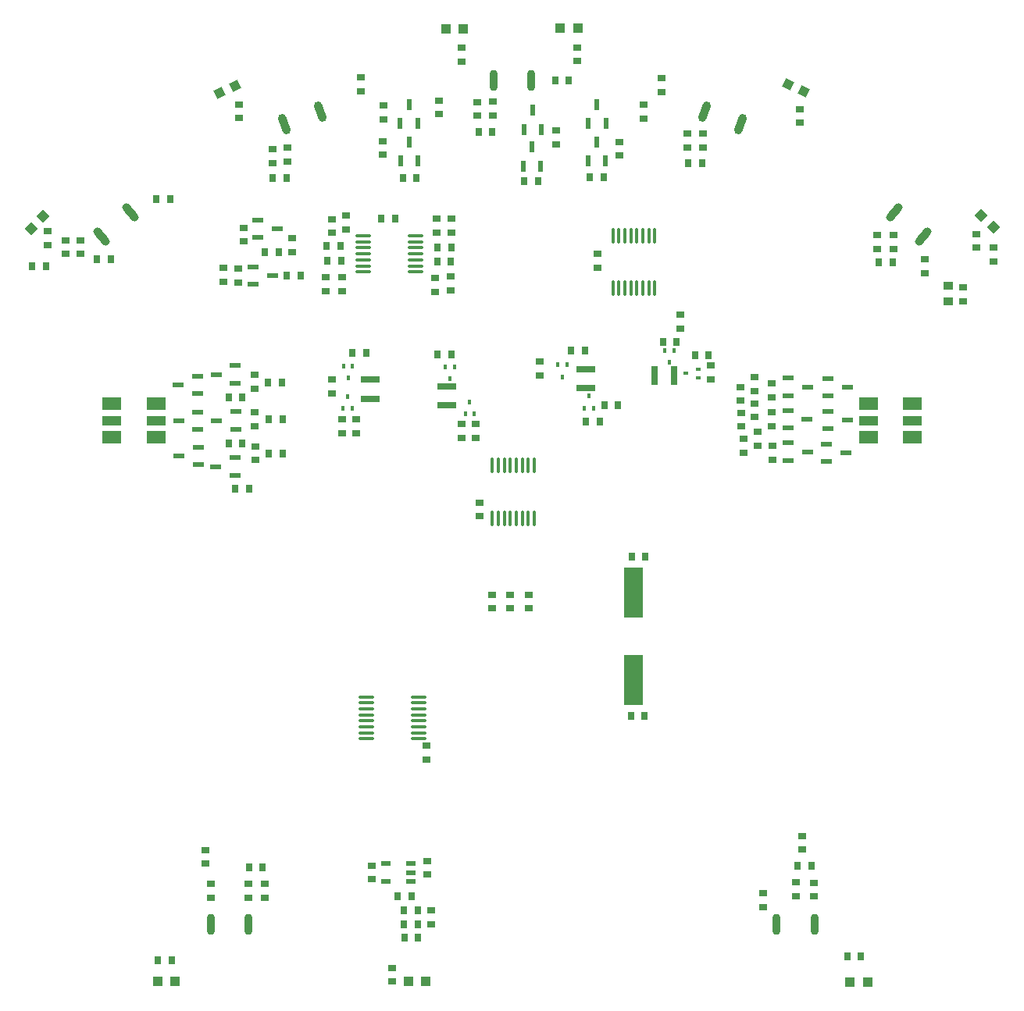
<source format=gbp>
G04 Layer_Color=128*
%FSLAX44Y44*%
%MOMM*%
G71*
G01*
G75*
%ADD10R,0.9000X0.7000*%
%ADD16R,1.0000X1.0000*%
%ADD17R,1.3000X0.6000*%
%ADD18R,0.6000X1.3000*%
%ADD20R,1.0500X0.6000*%
%ADD21P,1.4142X4X270.0*%
%ADD22P,1.4142X4X360.0*%
%ADD23O,1.7000X0.3500*%
%ADD33R,1.0000X0.9000*%
%ADD39R,0.7000X0.9000*%
%ADD79R,0.4000X0.5100*%
%ADD80P,1.4142X4X250.0*%
%ADD81O,0.3500X1.7000*%
%ADD82P,1.4142X4X200.0*%
%ADD83R,0.5100X0.4000*%
%ADD84R,2.0000X5.5000*%
%ADD85R,2.0000X0.7000*%
%ADD86R,0.7000X2.0000*%
%ADD87R,2.0000X1.4000*%
%ADD88R,2.0000X1.0000*%
%ADD96O,0.9000X2.3000*%
G04:AMPARAMS|DCode=97|XSize=0.9mm|YSize=2.3mm|CornerRadius=0mm|HoleSize=0mm|Usage=FLASHONLY|Rotation=220.000|XOffset=0mm|YOffset=0mm|HoleType=Round|Shape=Round|*
%AMOVALD97*
21,1,1.4000,0.9000,0.0000,0.0000,310.0*
1,1,0.9000,-0.4500,0.5362*
1,1,0.9000,0.4500,-0.5362*
%
%ADD97OVALD97*%

G04:AMPARAMS|DCode=98|XSize=0.9mm|YSize=2.3mm|CornerRadius=0mm|HoleSize=0mm|Usage=FLASHONLY|Rotation=200.000|XOffset=0mm|YOffset=0mm|HoleType=Round|Shape=Round|*
%AMOVALD98*
21,1,1.4000,0.9000,0.0000,0.0000,290.0*
1,1,0.9000,-0.2394,0.6578*
1,1,0.9000,0.2394,-0.6578*
%
%ADD98OVALD98*%

G04:AMPARAMS|DCode=99|XSize=0.9mm|YSize=2.3mm|CornerRadius=0mm|HoleSize=0mm|Usage=FLASHONLY|Rotation=160.000|XOffset=0mm|YOffset=0mm|HoleType=Round|Shape=Round|*
%AMOVALD99*
21,1,1.4000,0.9000,0.0000,0.0000,250.0*
1,1,0.9000,0.2394,0.6578*
1,1,0.9000,-0.2394,-0.6578*
%
%ADD99OVALD99*%

G04:AMPARAMS|DCode=100|XSize=0.9mm|YSize=2.3mm|CornerRadius=0mm|HoleSize=0mm|Usage=FLASHONLY|Rotation=140.000|XOffset=0mm|YOffset=0mm|HoleType=Round|Shape=Round|*
%AMOVALD100*
21,1,1.4000,0.9000,0.0000,0.0000,230.0*
1,1,0.9000,0.4500,0.5362*
1,1,0.9000,-0.4500,-0.5362*
%
%ADD100OVALD100*%

D10*
X1262645Y891750D02*
D03*
Y906750D02*
D03*
X1263000Y863550D02*
D03*
Y878550D02*
D03*
X1266000Y833000D02*
D03*
Y848000D02*
D03*
X1248000Y853500D02*
D03*
Y868500D02*
D03*
X1250875Y840250D02*
D03*
Y825250D02*
D03*
X870000Y251500D02*
D03*
Y266500D02*
D03*
X911750Y313500D02*
D03*
Y328500D02*
D03*
X1215000Y919750D02*
D03*
Y904750D02*
D03*
X815500Y861500D02*
D03*
Y846500D02*
D03*
X945250Y856500D02*
D03*
Y841500D02*
D03*
X804750Y904250D02*
D03*
Y889250D02*
D03*
X977750Y671250D02*
D03*
Y656250D02*
D03*
X997750Y656250D02*
D03*
Y671250D02*
D03*
X1017750Y671250D02*
D03*
Y656250D02*
D03*
X1161500Y1231250D02*
D03*
Y1216250D02*
D03*
X835750Y1217250D02*
D03*
Y1232250D02*
D03*
X1070500Y1264750D02*
D03*
Y1249750D02*
D03*
X945500Y1249250D02*
D03*
Y1264250D02*
D03*
X1521750Y1047250D02*
D03*
Y1032250D02*
D03*
X1312000Y1182750D02*
D03*
Y1197750D02*
D03*
X703750Y1203000D02*
D03*
Y1188000D02*
D03*
X496000Y1050500D02*
D03*
Y1065500D02*
D03*
X1282000Y817750D02*
D03*
Y832750D02*
D03*
X1280994Y900500D02*
D03*
Y885500D02*
D03*
X1281282Y854000D02*
D03*
Y869000D02*
D03*
X721000Y894250D02*
D03*
Y909250D02*
D03*
X721500Y832000D02*
D03*
Y817000D02*
D03*
X720500Y853750D02*
D03*
Y868750D02*
D03*
X1247500Y881500D02*
D03*
Y896500D02*
D03*
X1307750Y359000D02*
D03*
Y344000D02*
D03*
X714000Y342500D02*
D03*
Y357500D02*
D03*
X1047750Y1159250D02*
D03*
Y1174250D02*
D03*
X756000Y1156000D02*
D03*
Y1141000D02*
D03*
X933000Y1001250D02*
D03*
Y1016250D02*
D03*
X934250Y1063750D02*
D03*
Y1078750D02*
D03*
X805000Y1078500D02*
D03*
Y1063500D02*
D03*
X797750Y1015500D02*
D03*
Y1000500D02*
D03*
X1413250Y1061250D02*
D03*
Y1046250D02*
D03*
X1206500Y1156250D02*
D03*
Y1171250D02*
D03*
X979000Y1205750D02*
D03*
Y1190750D02*
D03*
X532000Y1055500D02*
D03*
Y1040500D02*
D03*
X916500Y999500D02*
D03*
Y1014500D02*
D03*
X918250Y1063750D02*
D03*
Y1078750D02*
D03*
X820000Y1082500D02*
D03*
Y1067500D02*
D03*
X815250Y1015250D02*
D03*
Y1000250D02*
D03*
X860250Y1186750D02*
D03*
Y1201750D02*
D03*
X1142250Y1187250D02*
D03*
Y1202250D02*
D03*
X859500Y1148000D02*
D03*
Y1163000D02*
D03*
X1116500Y1162250D02*
D03*
Y1147250D02*
D03*
X960750Y841500D02*
D03*
Y856500D02*
D03*
X830750Y846000D02*
D03*
Y861000D02*
D03*
X516000Y1055500D02*
D03*
Y1040500D02*
D03*
X740000Y1154000D02*
D03*
Y1139000D02*
D03*
X962000Y1190500D02*
D03*
Y1205500D02*
D03*
X1189500Y1156000D02*
D03*
Y1171000D02*
D03*
X1395250Y1046250D02*
D03*
Y1061250D02*
D03*
X731750Y357750D02*
D03*
Y342750D02*
D03*
X1327250Y358750D02*
D03*
Y343750D02*
D03*
X921000Y1192250D02*
D03*
Y1207250D02*
D03*
X1447250Y1019750D02*
D03*
Y1034750D02*
D03*
X1271750Y347500D02*
D03*
Y332500D02*
D03*
X673250Y357500D02*
D03*
Y342500D02*
D03*
X964250Y771000D02*
D03*
Y756000D02*
D03*
X1092250Y1040750D02*
D03*
Y1025750D02*
D03*
X907000Y492500D02*
D03*
Y507500D02*
D03*
X907500Y367500D02*
D03*
Y382500D02*
D03*
X1489000Y989500D02*
D03*
Y1004500D02*
D03*
X1182500Y975000D02*
D03*
Y960000D02*
D03*
X1314250Y409500D02*
D03*
Y394500D02*
D03*
X667500Y394250D02*
D03*
Y379250D02*
D03*
X1503000Y1047250D02*
D03*
Y1062250D02*
D03*
X847500Y362500D02*
D03*
Y377500D02*
D03*
X1030000Y908750D02*
D03*
Y923750D02*
D03*
X761750Y1042500D02*
D03*
Y1057500D02*
D03*
X709000Y1054250D02*
D03*
X709000Y1069250D02*
D03*
X703000Y1024500D02*
D03*
Y1009500D02*
D03*
X686750Y1025500D02*
D03*
Y1010500D02*
D03*
D16*
X1071000Y1285500D02*
D03*
X1052000D02*
D03*
X928000Y1284750D02*
D03*
X947000D02*
D03*
X634500Y252000D02*
D03*
X615500D02*
D03*
X887500D02*
D03*
X906500D02*
D03*
X1366000Y250750D02*
D03*
X1385000D02*
D03*
D17*
X745250Y1067750D02*
D03*
X724250Y1077250D02*
D03*
Y1058250D02*
D03*
X1363500Y896000D02*
D03*
X1342500Y905500D02*
D03*
Y886500D02*
D03*
X1319750Y861250D02*
D03*
X1298750Y870750D02*
D03*
X1298750Y851750D02*
D03*
X1361500Y825000D02*
D03*
X1340500Y834500D02*
D03*
Y815500D02*
D03*
X1320000Y826250D02*
D03*
X1299000Y835750D02*
D03*
Y816750D02*
D03*
X1320250Y896500D02*
D03*
X1299250Y906000D02*
D03*
Y887000D02*
D03*
X1363250Y860750D02*
D03*
X1342250Y870250D02*
D03*
Y851250D02*
D03*
X638500Y821750D02*
D03*
X659500Y812250D02*
D03*
Y831250D02*
D03*
X638250Y859750D02*
D03*
X659250Y850250D02*
D03*
Y869250D02*
D03*
X638000Y898750D02*
D03*
X659000Y889250D02*
D03*
Y908250D02*
D03*
X678500Y810000D02*
D03*
X699500Y800500D02*
D03*
Y819500D02*
D03*
X679250Y860000D02*
D03*
X700250Y850500D02*
D03*
Y869500D02*
D03*
X679000Y910000D02*
D03*
X700000Y900500D02*
D03*
Y919500D02*
D03*
X740000Y1017250D02*
D03*
X719000Y1026750D02*
D03*
Y1007750D02*
D03*
D18*
X1092000Y1203000D02*
D03*
X1082500Y1182000D02*
D03*
X1101500D02*
D03*
X1091500Y1162250D02*
D03*
X1082000Y1141250D02*
D03*
X1101000D02*
D03*
X1021500Y1157000D02*
D03*
X1012000Y1136000D02*
D03*
X1031000D02*
D03*
X1022250Y1196500D02*
D03*
X1012750Y1175500D02*
D03*
X1031750D02*
D03*
X888000Y1203000D02*
D03*
X878500Y1182000D02*
D03*
X897500D02*
D03*
X888500Y1162250D02*
D03*
X879000Y1141250D02*
D03*
X898000D02*
D03*
D20*
X890250Y379250D02*
D03*
Y369750D02*
D03*
Y360250D02*
D03*
X863250D02*
D03*
Y379250D02*
D03*
D21*
X491718Y1081718D02*
D03*
X478283Y1068283D02*
D03*
D22*
X1521718Y1069283D02*
D03*
X1508282Y1082718D02*
D03*
D23*
X838489Y1021251D02*
D03*
Y1027751D02*
D03*
Y1034251D02*
D03*
Y1040751D02*
D03*
Y1047251D02*
D03*
Y1053751D02*
D03*
Y1060251D02*
D03*
X895489Y1021251D02*
D03*
Y1027751D02*
D03*
Y1034251D02*
D03*
Y1040751D02*
D03*
Y1047251D02*
D03*
Y1053751D02*
D03*
Y1060251D02*
D03*
X841500Y514750D02*
D03*
Y521250D02*
D03*
Y527750D02*
D03*
Y534250D02*
D03*
Y540750D02*
D03*
Y547250D02*
D03*
Y553750D02*
D03*
Y560250D02*
D03*
X898500Y514750D02*
D03*
Y521250D02*
D03*
Y527750D02*
D03*
Y534250D02*
D03*
Y540750D02*
D03*
Y547250D02*
D03*
Y553750D02*
D03*
Y560250D02*
D03*
D33*
X1473000Y989250D02*
D03*
Y1006250D02*
D03*
D39*
X898000Y299000D02*
D03*
X883000D02*
D03*
X1094750Y858500D02*
D03*
X1079750D02*
D03*
X1063500Y935750D02*
D03*
X1078500Y935750D02*
D03*
X933750Y931750D02*
D03*
X918750D02*
D03*
X1163310Y945554D02*
D03*
X1178310D02*
D03*
X1378000Y278750D02*
D03*
X1363000D02*
D03*
X630750Y274750D02*
D03*
X615750D02*
D03*
X735500Y901000D02*
D03*
X750500D02*
D03*
X736250Y824500D02*
D03*
X751250D02*
D03*
X736250Y861250D02*
D03*
X751250D02*
D03*
X1309500Y377250D02*
D03*
X1324500D02*
D03*
X729500Y375250D02*
D03*
X714500D02*
D03*
X1013250Y1119750D02*
D03*
X1028250D02*
D03*
X1412500Y1031500D02*
D03*
X1397500D02*
D03*
X1190750Y1138750D02*
D03*
X1205750D02*
D03*
X978500Y1173000D02*
D03*
X963500D02*
D03*
X565000Y1035000D02*
D03*
X550000D02*
D03*
X933500Y1032250D02*
D03*
X918500D02*
D03*
X918750Y1047250D02*
D03*
X933750D02*
D03*
X798750Y1049250D02*
D03*
X813750D02*
D03*
X814500Y1033000D02*
D03*
X799500D02*
D03*
X755500Y1123000D02*
D03*
X740500D02*
D03*
X896250Y1122750D02*
D03*
X881250D02*
D03*
X1099000Y1124250D02*
D03*
X1084000D02*
D03*
X876000Y344000D02*
D03*
X891000D02*
D03*
X1198000Y931000D02*
D03*
X1213000D02*
D03*
X1114665Y877000D02*
D03*
X1099665D02*
D03*
X1061500Y1229000D02*
D03*
X1046500D02*
D03*
X629250Y1100000D02*
D03*
X614250D02*
D03*
X873250Y1079250D02*
D03*
X858250D02*
D03*
X1144500Y712000D02*
D03*
X1129500D02*
D03*
X1143500Y540000D02*
D03*
X1128500D02*
D03*
X841500Y933750D02*
D03*
X826500D02*
D03*
X882500Y314000D02*
D03*
X897500D02*
D03*
X882500Y329000D02*
D03*
X897500D02*
D03*
X494750Y1027000D02*
D03*
X479750D02*
D03*
X732000Y1042500D02*
D03*
X747000D02*
D03*
X755750Y1017000D02*
D03*
X770750D02*
D03*
X707500Y835000D02*
D03*
X692500D02*
D03*
X714750Y786000D02*
D03*
X699750D02*
D03*
X707500Y885000D02*
D03*
X692500D02*
D03*
D79*
X1054250Y907250D02*
D03*
X1059250Y920250D02*
D03*
X1049250D02*
D03*
X822000Y906250D02*
D03*
X827000Y919250D02*
D03*
X817000D02*
D03*
X932250Y905500D02*
D03*
X937250Y918500D02*
D03*
X927250D02*
D03*
X821750Y886250D02*
D03*
X816750Y873250D02*
D03*
X826750D02*
D03*
X954000Y880250D02*
D03*
X949000Y867250D02*
D03*
X959000D02*
D03*
X1170560Y923000D02*
D03*
X1175560Y936000D02*
D03*
X1165560D02*
D03*
X1083003Y886495D02*
D03*
X1078003Y873495D02*
D03*
X1088003D02*
D03*
D80*
X682390Y1214985D02*
D03*
X699610Y1223015D02*
D03*
D81*
X1109000Y1060750D02*
D03*
X1115500D02*
D03*
X1122000D02*
D03*
X1128500D02*
D03*
X1135000D02*
D03*
X1141500D02*
D03*
X1148000D02*
D03*
X1154500D02*
D03*
X1109000Y1003750D02*
D03*
X1115500Y1003750D02*
D03*
X1122000Y1003750D02*
D03*
X1128500D02*
D03*
X1135000D02*
D03*
X1141500D02*
D03*
X1148000D02*
D03*
X1154500D02*
D03*
X978500Y811250D02*
D03*
X985000D02*
D03*
X991500D02*
D03*
X998000D02*
D03*
X1004500D02*
D03*
X1011000D02*
D03*
X1017500D02*
D03*
X1024000D02*
D03*
X978500Y754250D02*
D03*
X985000D02*
D03*
X991500D02*
D03*
X998000D02*
D03*
X1004500D02*
D03*
X1011000D02*
D03*
X1017500D02*
D03*
X1024000D02*
D03*
D82*
X1298640Y1224765D02*
D03*
X1315860Y1216735D02*
D03*
D83*
X1188500Y911000D02*
D03*
X1201500Y906000D02*
D03*
Y916000D02*
D03*
D84*
X1131500Y673500D02*
D03*
Y578500D02*
D03*
D85*
X1080000Y915858D02*
D03*
Y894858D02*
D03*
X929000Y876250D02*
D03*
Y897250D02*
D03*
X846500Y883250D02*
D03*
Y904250D02*
D03*
D86*
X1175250Y908750D02*
D03*
X1154250D02*
D03*
D87*
X614000Y878000D02*
D03*
Y842000D02*
D03*
X566000D02*
D03*
Y878000D02*
D03*
X1386000Y842000D02*
D03*
Y878000D02*
D03*
X1434000D02*
D03*
Y842000D02*
D03*
D88*
X614000Y860000D02*
D03*
X566000D02*
D03*
X1386000Y860000D02*
D03*
X1434000D02*
D03*
D96*
X714287Y314003D02*
D03*
X673287D02*
D03*
X1020500Y1228500D02*
D03*
X979500D02*
D03*
X1327518Y314003D02*
D03*
X1286517D02*
D03*
D97*
X585858Y1085536D02*
D03*
X554450Y1059182D02*
D03*
D98*
X752997Y1181298D02*
D03*
X791524Y1195321D02*
D03*
D99*
X1208475Y1195321D02*
D03*
X1247003Y1181298D02*
D03*
D100*
X1445550Y1059182D02*
D03*
X1414142Y1085536D02*
D03*
M02*

</source>
